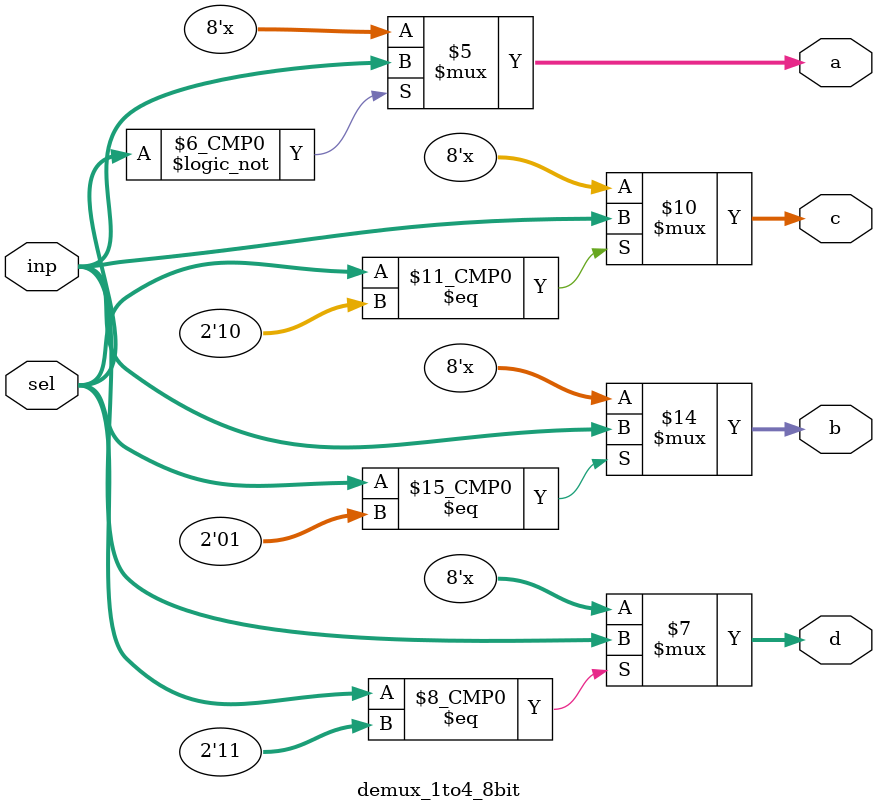
<source format=v>
`timescale 1ns / 1ps


module demux_1to4_8bit(
input [7:0] inp,
input [1:0] sel,
output reg [7:0] a, 
output reg [7:0] b,
output reg [7:0] c, 
output reg [7:0] d
);

always @(*)
begin
  case (sel)
  2'b00: a = inp;
  2'b01: b = inp;
  2'b10: c = inp;
  2'b11: d = inp;
  endcase
end
endmodule

</source>
